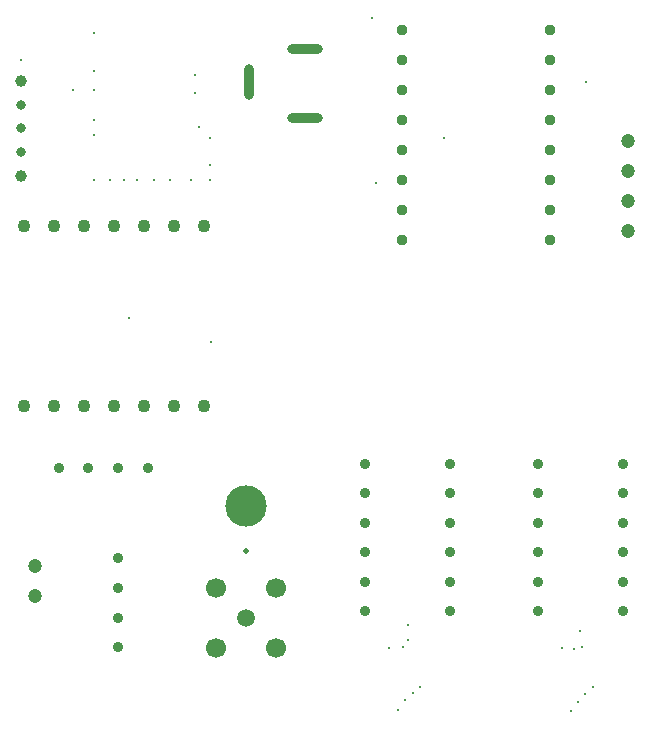
<source format=gbr>
%TF.GenerationSoftware,Altium Limited,Altium Designer,22.7.1 (60)*%
G04 Layer_Color=0*
%FSLAX45Y45*%
%MOMM*%
%TF.SameCoordinates,61DBAAF2-DE87-4E8A-AD11-02536D302051*%
%TF.FilePolarity,Positive*%
%TF.FileFunction,Plated,1,2,PTH,Drill*%
%TF.Part,Single*%
G01*
G75*
%TA.AperFunction,ComponentDrill*%
%ADD76C,1.00000*%
%ADD77C,0.80000*%
%ADD78C,0.95000*%
%ADD79C,1.20000*%
%ADD80O,3.00000X0.80000*%
%ADD81O,0.80000X3.00000*%
%ADD82C,0.90000*%
%ADD83C,0.90000*%
%ADD84C,1.50000*%
%ADD85C,1.70000*%
%ADD86C,1.10000*%
%TA.AperFunction,ViaDrill,NotFilled*%
%ADD87C,0.20320*%
%ADD88C,0.30000*%
%ADD89C,3.50000*%
%ADD90C,0.50000*%
D76*
X1039858Y6105500D02*
D03*
X1039858Y5305500D02*
D03*
D77*
X1039857Y5905500D02*
D03*
X1039858Y5705501D02*
D03*
X1039857Y5505501D02*
D03*
D78*
X5517961Y4762500D02*
D03*
X5517961Y5016500D02*
D03*
Y5270501D02*
D03*
X5517962Y5524499D02*
D03*
X5517960Y5778500D02*
D03*
X5517961Y6032501D02*
D03*
X5517961Y6286499D02*
D03*
X5517962Y6540502D02*
D03*
X4265961Y4762499D02*
D03*
X4265961Y5016501D02*
D03*
Y5270501D02*
D03*
X4265960Y5524501D02*
D03*
X4265959Y5778500D02*
D03*
X4265961Y6032501D02*
D03*
X4265961Y6286499D02*
D03*
X4265962Y6540500D02*
D03*
D79*
X6178888Y4838061D02*
D03*
X6178888Y5092061D02*
D03*
X6178888Y5346061D02*
D03*
X6178887Y5600060D02*
D03*
X1153107Y1746250D02*
D03*
X1153108Y2000250D02*
D03*
D80*
X3444785Y5796000D02*
D03*
X3444786Y6376001D02*
D03*
D81*
X2964785Y6096000D02*
D03*
D82*
X1853535Y1313751D02*
D03*
X1853535Y1563751D02*
D03*
X1853535Y1813750D02*
D03*
X1853535Y2063750D02*
D03*
X4671975Y2865485D02*
D03*
Y2615485D02*
D03*
Y2365485D02*
D03*
Y2115485D02*
D03*
Y1865485D02*
D03*
Y1615485D02*
D03*
X3949660D02*
D03*
X3949660Y1865485D02*
D03*
X3949660Y2115485D02*
D03*
Y2365485D02*
D03*
Y2615485D02*
D03*
Y2865485D02*
D03*
X5410160Y1615485D02*
D03*
X5410160Y1865485D02*
D03*
X5410160Y2115485D02*
D03*
Y2365485D02*
D03*
Y2615485D02*
D03*
Y2865485D02*
D03*
X6132475D02*
D03*
Y2615485D02*
D03*
Y2365485D02*
D03*
Y2115485D02*
D03*
Y1865485D02*
D03*
Y1615485D02*
D03*
D83*
X2107535Y2825750D02*
D03*
X1857535D02*
D03*
X1607535D02*
D03*
X1357536D02*
D03*
D84*
X2942284Y1555750D02*
D03*
D85*
X2688284Y1809750D02*
D03*
Y1301750D02*
D03*
X3196284Y1301749D02*
D03*
X3196285Y1809750D02*
D03*
D86*
X2586800Y3351441D02*
D03*
X2332801Y3351440D02*
D03*
X1824800Y3351441D02*
D03*
X1316800Y3351440D02*
D03*
X1570801Y3351441D02*
D03*
X2078801D02*
D03*
X1062801Y3351441D02*
D03*
X2586799Y4876268D02*
D03*
X2332800Y4876267D02*
D03*
X1824800Y4876267D02*
D03*
X1316800D02*
D03*
X1062800D02*
D03*
X1570800D02*
D03*
X2078800D02*
D03*
D87*
X1651000Y6508750D02*
D03*
Y6191250D02*
D03*
Y6032500D02*
D03*
Y5778500D02*
D03*
Y5651500D02*
D03*
X2508250Y6159500D02*
D03*
Y6000750D02*
D03*
X2540000Y5715000D02*
D03*
X2635250Y5619750D02*
D03*
X1472535Y6032500D02*
D03*
X4615785Y5619750D02*
D03*
X4044285Y5238750D02*
D03*
X4011051Y6637233D02*
D03*
X5822285Y6096000D02*
D03*
X2647285Y3892551D02*
D03*
X1948785Y4095750D02*
D03*
X2635250Y5397500D02*
D03*
Y5270500D02*
D03*
X2476500D02*
D03*
X2298035D02*
D03*
X2015300D02*
D03*
X1790035D02*
D03*
X1651000D02*
D03*
X2159000D02*
D03*
X1905000D02*
D03*
D88*
X1039858Y6286500D02*
D03*
X4225199Y784618D02*
D03*
X4411991Y974404D02*
D03*
X4353142Y921779D02*
D03*
X4290333Y869721D02*
D03*
X5881330Y971541D02*
D03*
X5787718Y1312286D02*
D03*
X5718192Y1301228D02*
D03*
X5812725Y912521D02*
D03*
X5753537Y851140D02*
D03*
X5688868Y773866D02*
D03*
X4267839Y1313562D02*
D03*
X4313732Y1373099D02*
D03*
X4308771Y1499617D02*
D03*
X4155030Y1306357D02*
D03*
X5615530D02*
D03*
X5770094Y1450444D02*
D03*
D89*
X2942284Y2508250D02*
D03*
D90*
Y2127250D02*
D03*
%TF.MD5,2cecbf104351a5a402f2be2236941efa*%
M02*

</source>
